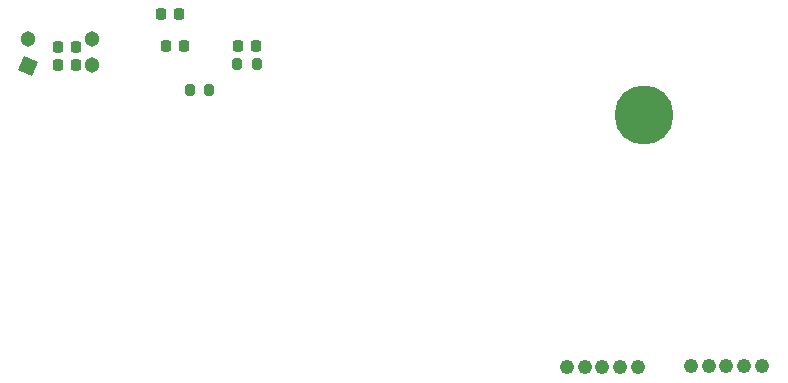
<source format=gbs>
G04 #@! TF.GenerationSoftware,KiCad,Pcbnew,9.0.2*
G04 #@! TF.CreationDate,2025-06-18T11:41:48+09:00*
G04 #@! TF.ProjectId,Work,576f726b-2e6b-4696-9361-645f70636258,rev?*
G04 #@! TF.SameCoordinates,PX4cc5520PY8e93060*
G04 #@! TF.FileFunction,Soldermask,Bot*
G04 #@! TF.FilePolarity,Negative*
%FSLAX46Y46*%
G04 Gerber Fmt 4.6, Leading zero omitted, Abs format (unit mm)*
G04 Created by KiCad (PCBNEW 9.0.2) date 2025-06-18 11:41:48*
%MOMM*%
%LPD*%
G01*
G04 APERTURE LIST*
G04 Aperture macros list*
%AMRoundRect*
0 Rectangle with rounded corners*
0 $1 Rounding radius*
0 $2 $3 $4 $5 $6 $7 $8 $9 X,Y pos of 4 corners*
0 Add a 4 corners polygon primitive as box body*
4,1,4,$2,$3,$4,$5,$6,$7,$8,$9,$2,$3,0*
0 Add four circle primitives for the rounded corners*
1,1,$1+$1,$2,$3*
1,1,$1+$1,$4,$5*
1,1,$1+$1,$6,$7*
1,1,$1+$1,$8,$9*
0 Add four rect primitives between the rounded corners*
20,1,$1+$1,$2,$3,$4,$5,0*
20,1,$1+$1,$4,$5,$6,$7,0*
20,1,$1+$1,$6,$7,$8,$9,0*
20,1,$1+$1,$8,$9,$2,$3,0*%
G04 Aperture macros list end*
%ADD10C,0.001000*%
%ADD11RoundRect,0.102000X0.303917X-0.715985X0.715985X0.303917X-0.303917X0.715985X-0.715985X-0.303917X0*%
%ADD12C,1.304000*%
%ADD13C,1.244600*%
%ADD14C,5.000000*%
%ADD15RoundRect,0.200000X0.200000X0.275000X-0.200000X0.275000X-0.200000X-0.275000X0.200000X-0.275000X0*%
%ADD16RoundRect,0.200000X-0.200000X-0.275000X0.200000X-0.275000X0.200000X0.275000X-0.200000X0.275000X0*%
%ADD17RoundRect,0.225000X-0.225000X-0.250000X0.225000X-0.250000X0.225000X0.250000X-0.225000X0.250000X0*%
%ADD18RoundRect,0.225000X0.225000X0.250000X-0.225000X0.250000X-0.225000X-0.250000X0.225000X-0.250000X0*%
G04 APERTURE END LIST*
D10*
X50200000Y12200000D03*
X50200000Y10400000D03*
X32100000Y29700000D03*
X33900000Y29700000D03*
X28500000Y29700000D03*
X30300000Y29700000D03*
X42950000Y20800000D03*
X42950000Y22600000D03*
D11*
X4412129Y30959066D03*
D12*
X9807377Y31006149D03*
X9787871Y33240934D03*
X4392623Y33193851D03*
D10*
X42950000Y17100000D03*
X42950000Y18900000D03*
D13*
X60500002Y5500000D03*
X62000002Y5500000D03*
X63500001Y5500000D03*
X65000001Y5500000D03*
X66500000Y5500000D03*
X50000002Y5487300D03*
X51500002Y5487300D03*
X53000001Y5487300D03*
X54500001Y5487300D03*
X56000000Y5487300D03*
D14*
X56500000Y26790000D03*
D15*
X23725000Y31100000D03*
X22075000Y31100000D03*
D16*
X18075000Y28900000D03*
X19725000Y28900000D03*
D17*
X16025000Y32600000D03*
X17575000Y32600000D03*
X6925000Y31000000D03*
X8475000Y31000000D03*
D18*
X23675000Y32600000D03*
X22125000Y32600000D03*
D17*
X15625000Y35300000D03*
X17175000Y35300000D03*
X6925000Y32500000D03*
X8475000Y32500000D03*
M02*

</source>
